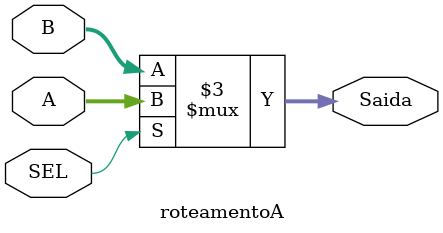
<source format=sv>
parameter BITS = 4;
module roteamentoA(
  input logic [BITS-1:0] A,B, // 4 bits entrada
  input logic SEL, // variavel de selecao
  output logic [BITS-1:0] Saida); //variavel saida
  always_comb //always_comb para resto do codigo
    if (SEL) Saida <= A; // seleciona A
  	else Saida <= B; // seleciona B
endmodule
</source>
